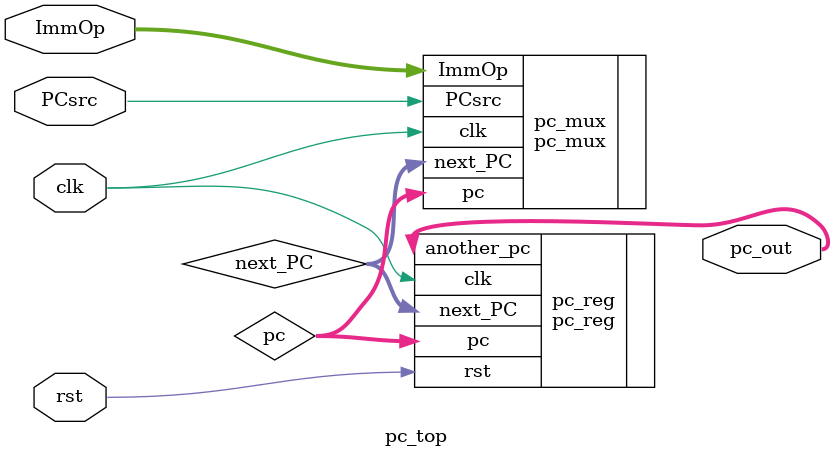
<source format=sv>
module pc_top #(
    parameter   WIDTH = 8
)(
    // interface signals
    input   logic                       clk,        // clock
    input   logic                       rst,        // reset        
    input   logic [WIDTH-1:0]           ImmOp,     
    input   logic                       PCsrc,
    output logic [WIDTH-1:0]            pc_out
);

logic [WIDTH-1:0]   next_PC, pc;    // interconnect wire

pc_mux pc_mux(
    .clk (clk),
    .PCsrc (PCsrc),
    .ImmOp (ImmOp),
    .next_PC (next_PC),
    .pc (pc)
);

pc_reg pc_reg(
    .clk (clk),
    .rst (rst),
    .next_PC (next_PC),
    .pc (pc),
    .another_pc(pc_out)
);

endmodule

</source>
